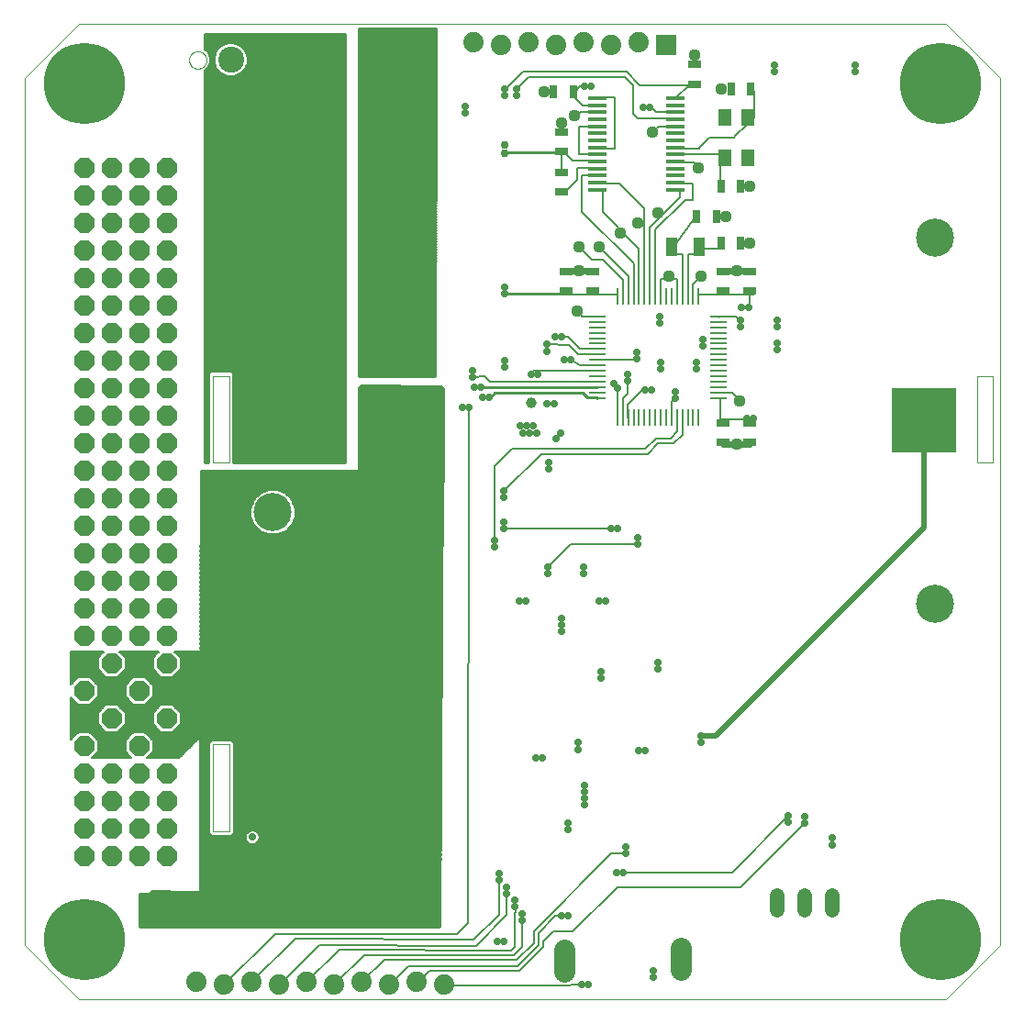
<source format=gbl>
G75*
%MOIN*%
%OFA0B0*%
%FSLAX25Y25*%
%IPPOS*%
%LPD*%
%AMOC8*
5,1,8,0,0,1.08239X$1,22.5*
%
%ADD10C,0.00000*%
%ADD11OC8,0.07400*%
%ADD12R,0.06102X0.00984*%
%ADD13R,0.00984X0.06102*%
%ADD14R,0.06890X0.01575*%
%ADD15R,0.03937X0.07087*%
%ADD16R,0.04724X0.03150*%
%ADD17C,0.00800*%
%ADD18R,0.03150X0.04724*%
%ADD19C,0.04400*%
%ADD20C,0.02400*%
%ADD21R,0.04921X0.06299*%
%ADD22R,0.00984X0.03937*%
%ADD23R,0.03937X0.00984*%
%ADD24R,0.07400X0.07400*%
%ADD25C,0.07400*%
%ADD26C,0.05200*%
%ADD27C,0.07800*%
%ADD28C,0.00394*%
%ADD29R,0.23622X0.23622*%
%ADD30C,0.29528*%
%ADD31C,0.02000*%
%ADD32C,0.02781*%
%ADD33C,0.01600*%
%ADD34C,0.03200*%
%ADD35C,0.01200*%
%ADD36C,0.05000*%
%ADD37C,0.00600*%
%ADD38C,0.03962*%
%ADD39C,0.00787*%
%ADD40C,0.14630*%
%ADD41C,0.01000*%
%ADD42C,0.13843*%
%ADD43C,0.02978*%
%ADD44C,0.09449*%
D10*
X0039902Y0020348D02*
X0020217Y0040033D01*
X0020217Y0354994D01*
X0039902Y0374679D01*
X0354862Y0374679D01*
X0374547Y0354994D01*
X0374547Y0040033D01*
X0354862Y0020348D01*
X0039902Y0020348D01*
X0080059Y0361687D02*
X0080061Y0361799D01*
X0080067Y0361910D01*
X0080077Y0362022D01*
X0080091Y0362133D01*
X0080108Y0362243D01*
X0080130Y0362353D01*
X0080156Y0362462D01*
X0080185Y0362570D01*
X0080218Y0362676D01*
X0080255Y0362782D01*
X0080296Y0362886D01*
X0080341Y0362989D01*
X0080389Y0363090D01*
X0080440Y0363189D01*
X0080495Y0363286D01*
X0080554Y0363381D01*
X0080615Y0363475D01*
X0080680Y0363566D01*
X0080749Y0363654D01*
X0080820Y0363740D01*
X0080894Y0363824D01*
X0080972Y0363904D01*
X0081052Y0363982D01*
X0081135Y0364058D01*
X0081220Y0364130D01*
X0081308Y0364199D01*
X0081398Y0364265D01*
X0081491Y0364327D01*
X0081586Y0364387D01*
X0081683Y0364443D01*
X0081781Y0364495D01*
X0081882Y0364544D01*
X0081984Y0364589D01*
X0082088Y0364631D01*
X0082193Y0364669D01*
X0082300Y0364703D01*
X0082407Y0364733D01*
X0082516Y0364760D01*
X0082625Y0364782D01*
X0082736Y0364801D01*
X0082846Y0364816D01*
X0082958Y0364827D01*
X0083069Y0364834D01*
X0083181Y0364837D01*
X0083293Y0364836D01*
X0083405Y0364831D01*
X0083516Y0364822D01*
X0083627Y0364809D01*
X0083738Y0364792D01*
X0083848Y0364772D01*
X0083957Y0364747D01*
X0084065Y0364719D01*
X0084172Y0364686D01*
X0084278Y0364650D01*
X0084382Y0364610D01*
X0084485Y0364567D01*
X0084587Y0364520D01*
X0084686Y0364469D01*
X0084784Y0364415D01*
X0084880Y0364357D01*
X0084974Y0364296D01*
X0085065Y0364232D01*
X0085154Y0364165D01*
X0085241Y0364094D01*
X0085325Y0364020D01*
X0085407Y0363944D01*
X0085485Y0363864D01*
X0085561Y0363782D01*
X0085634Y0363697D01*
X0085704Y0363610D01*
X0085770Y0363520D01*
X0085834Y0363428D01*
X0085894Y0363334D01*
X0085951Y0363238D01*
X0086004Y0363139D01*
X0086054Y0363039D01*
X0086100Y0362938D01*
X0086143Y0362834D01*
X0086182Y0362729D01*
X0086217Y0362623D01*
X0086248Y0362516D01*
X0086276Y0362407D01*
X0086299Y0362298D01*
X0086319Y0362188D01*
X0086335Y0362077D01*
X0086347Y0361966D01*
X0086355Y0361855D01*
X0086359Y0361743D01*
X0086359Y0361631D01*
X0086355Y0361519D01*
X0086347Y0361408D01*
X0086335Y0361297D01*
X0086319Y0361186D01*
X0086299Y0361076D01*
X0086276Y0360967D01*
X0086248Y0360858D01*
X0086217Y0360751D01*
X0086182Y0360645D01*
X0086143Y0360540D01*
X0086100Y0360436D01*
X0086054Y0360335D01*
X0086004Y0360235D01*
X0085951Y0360136D01*
X0085894Y0360040D01*
X0085834Y0359946D01*
X0085770Y0359854D01*
X0085704Y0359764D01*
X0085634Y0359677D01*
X0085561Y0359592D01*
X0085485Y0359510D01*
X0085407Y0359430D01*
X0085325Y0359354D01*
X0085241Y0359280D01*
X0085154Y0359209D01*
X0085065Y0359142D01*
X0084974Y0359078D01*
X0084880Y0359017D01*
X0084784Y0358959D01*
X0084686Y0358905D01*
X0084587Y0358854D01*
X0084485Y0358807D01*
X0084382Y0358764D01*
X0084278Y0358724D01*
X0084172Y0358688D01*
X0084065Y0358655D01*
X0083957Y0358627D01*
X0083848Y0358602D01*
X0083738Y0358582D01*
X0083627Y0358565D01*
X0083516Y0358552D01*
X0083405Y0358543D01*
X0083293Y0358538D01*
X0083181Y0358537D01*
X0083069Y0358540D01*
X0082958Y0358547D01*
X0082846Y0358558D01*
X0082736Y0358573D01*
X0082625Y0358592D01*
X0082516Y0358614D01*
X0082407Y0358641D01*
X0082300Y0358671D01*
X0082193Y0358705D01*
X0082088Y0358743D01*
X0081984Y0358785D01*
X0081882Y0358830D01*
X0081781Y0358879D01*
X0081683Y0358931D01*
X0081586Y0358987D01*
X0081491Y0359047D01*
X0081398Y0359109D01*
X0081308Y0359175D01*
X0081220Y0359244D01*
X0081135Y0359316D01*
X0081052Y0359392D01*
X0080972Y0359470D01*
X0080894Y0359550D01*
X0080820Y0359634D01*
X0080749Y0359720D01*
X0080680Y0359808D01*
X0080615Y0359899D01*
X0080554Y0359993D01*
X0080495Y0360088D01*
X0080440Y0360185D01*
X0080389Y0360284D01*
X0080341Y0360385D01*
X0080296Y0360488D01*
X0080255Y0360592D01*
X0080218Y0360698D01*
X0080185Y0360804D01*
X0080156Y0360912D01*
X0080130Y0361021D01*
X0080108Y0361131D01*
X0080091Y0361241D01*
X0080077Y0361352D01*
X0080067Y0361464D01*
X0080061Y0361575D01*
X0080059Y0361687D01*
D11*
X0071857Y0322489D03*
X0071857Y0312489D03*
X0071857Y0302489D03*
X0071857Y0292489D03*
X0071857Y0282489D03*
X0071857Y0272489D03*
X0071857Y0262489D03*
X0071857Y0252489D03*
X0071857Y0242489D03*
X0071857Y0232489D03*
X0071857Y0222489D03*
X0071857Y0212489D03*
X0071857Y0202489D03*
X0071857Y0192489D03*
X0071857Y0182489D03*
X0071857Y0172489D03*
X0071857Y0162489D03*
X0071857Y0152489D03*
X0071857Y0142489D03*
X0071857Y0132489D03*
X0071857Y0122489D03*
X0071857Y0112489D03*
X0071857Y0102489D03*
X0071857Y0092489D03*
X0071857Y0082489D03*
X0071857Y0072489D03*
X0061857Y0072489D03*
X0061857Y0082489D03*
X0061857Y0092489D03*
X0061857Y0102489D03*
X0061857Y0112489D03*
X0061857Y0122489D03*
X0061857Y0132489D03*
X0061857Y0142489D03*
X0061857Y0152489D03*
X0061857Y0162489D03*
X0061857Y0172489D03*
X0061857Y0182489D03*
X0061857Y0192489D03*
X0061857Y0202489D03*
X0061857Y0212489D03*
X0061857Y0222489D03*
X0061857Y0232489D03*
X0061857Y0242489D03*
X0061857Y0252489D03*
X0061857Y0262489D03*
X0061857Y0272489D03*
X0061857Y0282489D03*
X0061857Y0292489D03*
X0061857Y0302489D03*
X0061857Y0312489D03*
X0061857Y0322489D03*
X0051857Y0322489D03*
X0051857Y0312489D03*
X0041857Y0312489D03*
X0041857Y0322489D03*
X0041857Y0302489D03*
X0051857Y0302489D03*
X0051857Y0292489D03*
X0051857Y0282489D03*
X0041857Y0282489D03*
X0041857Y0292489D03*
X0041857Y0272489D03*
X0051857Y0272489D03*
X0051857Y0262489D03*
X0041857Y0262489D03*
X0041857Y0252489D03*
X0051857Y0252489D03*
X0051857Y0242489D03*
X0051857Y0232489D03*
X0041857Y0232489D03*
X0041857Y0242489D03*
X0041857Y0222489D03*
X0051857Y0222489D03*
X0051857Y0212489D03*
X0041857Y0212489D03*
X0041857Y0202489D03*
X0051857Y0202489D03*
X0051857Y0192489D03*
X0051857Y0182489D03*
X0041857Y0182489D03*
X0041857Y0192489D03*
X0041857Y0172489D03*
X0051857Y0172489D03*
X0051857Y0162489D03*
X0041857Y0162489D03*
X0041857Y0152489D03*
X0051857Y0152489D03*
X0051857Y0142489D03*
X0051857Y0132489D03*
X0041857Y0132489D03*
X0041857Y0142489D03*
X0041857Y0122489D03*
X0051857Y0122489D03*
X0051857Y0112489D03*
X0041857Y0112489D03*
X0041857Y0102489D03*
X0051857Y0102489D03*
X0051857Y0092489D03*
X0041857Y0092489D03*
X0041857Y0082489D03*
X0051857Y0082489D03*
X0051857Y0072489D03*
X0041857Y0072489D03*
D12*
X0228342Y0238970D03*
X0228342Y0240939D03*
X0228342Y0242907D03*
X0228342Y0244876D03*
X0228342Y0246844D03*
X0228342Y0248813D03*
X0228342Y0250781D03*
X0228342Y0252750D03*
X0228342Y0254718D03*
X0228342Y0256687D03*
X0228342Y0258655D03*
X0228342Y0260624D03*
X0228342Y0262592D03*
X0228342Y0264561D03*
X0228342Y0266529D03*
X0228342Y0268498D03*
X0272437Y0268498D03*
X0272437Y0266529D03*
X0272437Y0264561D03*
X0272437Y0262592D03*
X0272437Y0260624D03*
X0272437Y0258655D03*
X0272437Y0256687D03*
X0272437Y0254718D03*
X0272437Y0252750D03*
X0272437Y0250781D03*
X0272437Y0248813D03*
X0272437Y0246844D03*
X0272437Y0244876D03*
X0272437Y0242907D03*
X0272437Y0240939D03*
X0272437Y0238970D03*
D13*
X0265153Y0231687D03*
X0263185Y0231687D03*
X0261216Y0231687D03*
X0259248Y0231687D03*
X0257279Y0231687D03*
X0255311Y0231687D03*
X0253342Y0231687D03*
X0251374Y0231687D03*
X0249405Y0231687D03*
X0247437Y0231687D03*
X0245468Y0231687D03*
X0243500Y0231687D03*
X0241531Y0231687D03*
X0239562Y0231687D03*
X0237594Y0231687D03*
X0235625Y0231687D03*
X0235625Y0275781D03*
X0237594Y0275781D03*
X0239562Y0275781D03*
X0241531Y0275781D03*
X0243500Y0275781D03*
X0245468Y0275781D03*
X0247437Y0275781D03*
X0249405Y0275781D03*
X0251374Y0275781D03*
X0253342Y0275781D03*
X0255311Y0275781D03*
X0257279Y0275781D03*
X0259248Y0275781D03*
X0261216Y0275781D03*
X0263185Y0275781D03*
X0265153Y0275781D03*
D14*
X0256688Y0314600D03*
X0256688Y0317159D03*
X0256688Y0319718D03*
X0256688Y0322277D03*
X0256688Y0324836D03*
X0256688Y0327395D03*
X0256688Y0329954D03*
X0256688Y0332513D03*
X0256688Y0335073D03*
X0256688Y0337632D03*
X0256688Y0340191D03*
X0256688Y0342750D03*
X0256688Y0345309D03*
X0256688Y0347868D03*
X0228342Y0347868D03*
X0228342Y0345309D03*
X0228342Y0342750D03*
X0228342Y0340191D03*
X0228342Y0337632D03*
X0228342Y0335073D03*
X0228342Y0332513D03*
X0228342Y0329954D03*
X0228342Y0327395D03*
X0228342Y0324836D03*
X0228342Y0322277D03*
X0228342Y0319718D03*
X0228342Y0317159D03*
X0228342Y0314600D03*
D15*
X0255468Y0293734D03*
X0265311Y0293734D03*
D16*
X0274011Y0284758D03*
X0274011Y0277671D03*
X0283854Y0277671D03*
X0283854Y0284758D03*
X0283854Y0229797D03*
X0283854Y0222710D03*
X0274011Y0222710D03*
X0274011Y0229797D03*
X0226767Y0277671D03*
X0226767Y0284758D03*
X0216925Y0284758D03*
X0216925Y0277671D03*
X0215448Y0313754D03*
X0215448Y0320840D03*
X0215448Y0328360D03*
X0215448Y0335447D03*
X0263677Y0352966D03*
X0263677Y0360053D03*
D17*
X0261708Y0352651D02*
X0257100Y0348043D01*
X0255311Y0337395D02*
X0250721Y0337395D01*
X0250155Y0337161D02*
X0248421Y0335427D01*
X0250155Y0337161D02*
X0250194Y0337196D01*
X0250234Y0337230D01*
X0250277Y0337260D01*
X0250321Y0337288D01*
X0250367Y0337312D01*
X0250415Y0337334D01*
X0250464Y0337353D01*
X0250514Y0337368D01*
X0250565Y0337380D01*
X0250617Y0337388D01*
X0250669Y0337393D01*
X0250721Y0337395D01*
X0257279Y0329521D02*
X0264822Y0329521D01*
X0265387Y0329756D02*
X0269090Y0333458D01*
X0277617Y0333458D01*
X0278183Y0333693D02*
X0282870Y0338380D01*
X0285330Y0340840D02*
X0285330Y0349859D01*
X0285096Y0350425D02*
X0284346Y0351175D01*
X0285096Y0350425D02*
X0285131Y0350386D01*
X0285165Y0350346D01*
X0285195Y0350303D01*
X0285223Y0350259D01*
X0285247Y0350213D01*
X0285269Y0350165D01*
X0285288Y0350116D01*
X0285303Y0350066D01*
X0285315Y0350015D01*
X0285323Y0349963D01*
X0285328Y0349911D01*
X0285330Y0349859D01*
X0278183Y0333692D02*
X0278144Y0333657D01*
X0278104Y0333623D01*
X0278061Y0333593D01*
X0278017Y0333565D01*
X0277971Y0333541D01*
X0277923Y0333519D01*
X0277874Y0333500D01*
X0277824Y0333485D01*
X0277773Y0333473D01*
X0277721Y0333465D01*
X0277669Y0333460D01*
X0277617Y0333458D01*
X0274011Y0327553D02*
X0257279Y0327553D01*
X0256295Y0324600D02*
X0262853Y0324600D01*
X0263419Y0324366D02*
X0265153Y0322632D01*
X0263419Y0324366D02*
X0263380Y0324401D01*
X0263340Y0324435D01*
X0263297Y0324465D01*
X0263253Y0324493D01*
X0263207Y0324517D01*
X0263159Y0324539D01*
X0263110Y0324558D01*
X0263060Y0324573D01*
X0263009Y0324585D01*
X0262957Y0324593D01*
X0262905Y0324598D01*
X0262853Y0324600D01*
X0264822Y0329521D02*
X0264874Y0329523D01*
X0264926Y0329528D01*
X0264978Y0329536D01*
X0265029Y0329548D01*
X0265079Y0329563D01*
X0265128Y0329582D01*
X0265176Y0329604D01*
X0265222Y0329628D01*
X0265266Y0329656D01*
X0265309Y0329686D01*
X0265349Y0329720D01*
X0265388Y0329755D01*
X0273027Y0325584D02*
X0273027Y0314758D01*
X0264169Y0304915D02*
X0256295Y0294088D01*
X0255311Y0291136D02*
X0259248Y0291136D01*
X0259248Y0276372D01*
X0261216Y0276372D02*
X0261216Y0291136D01*
X0265153Y0291136D01*
X0265153Y0293104D02*
X0273027Y0293104D01*
X0266137Y0283262D02*
X0263185Y0280309D01*
X0263185Y0277356D01*
X0265153Y0276372D02*
X0284346Y0276372D01*
X0257279Y0276372D02*
X0257279Y0282277D01*
X0251374Y0282277D01*
X0251374Y0278672D01*
X0249405Y0277356D02*
X0249405Y0299994D01*
X0259997Y0310586D01*
X0260563Y0310821D02*
X0263185Y0310821D01*
X0263185Y0316976D01*
X0258263Y0316976D01*
X0258263Y0314758D02*
X0258263Y0312136D01*
X0258029Y0311571D02*
X0247437Y0300978D01*
X0247437Y0277356D01*
X0245468Y0276372D02*
X0245468Y0307868D01*
X0236360Y0316976D01*
X0229962Y0316976D01*
X0230212Y0314758D02*
X0230212Y0306391D01*
X0243500Y0293104D01*
X0243500Y0274895D01*
X0241531Y0275388D02*
X0241531Y0287730D01*
X0222830Y0306431D01*
X0222830Y0319679D01*
X0225783Y0319679D01*
X0225783Y0322632D02*
X0220862Y0322632D01*
X0220862Y0318202D01*
X0216925Y0314265D01*
X0215448Y0320171D02*
X0215448Y0328045D01*
X0214464Y0328045D02*
X0214464Y0327553D01*
X0216433Y0328045D02*
X0219385Y0325092D01*
X0226275Y0325092D01*
X0226767Y0327553D02*
X0221846Y0327553D01*
X0221846Y0337395D01*
X0226767Y0337395D01*
X0222669Y0342809D02*
X0222577Y0342803D01*
X0222485Y0342793D01*
X0222394Y0342779D01*
X0222303Y0342761D01*
X0222213Y0342740D01*
X0222124Y0342715D01*
X0222036Y0342687D01*
X0221949Y0342655D01*
X0221864Y0342619D01*
X0221780Y0342580D01*
X0221698Y0342537D01*
X0221618Y0342491D01*
X0221540Y0342442D01*
X0221464Y0342389D01*
X0221390Y0342334D01*
X0221319Y0342275D01*
X0221250Y0342214D01*
X0221183Y0342149D01*
X0221119Y0342082D01*
X0221120Y0342082D02*
X0219877Y0340840D01*
X0222669Y0342809D02*
X0228244Y0342809D01*
X0226767Y0345269D02*
X0223162Y0345269D01*
X0222596Y0345504D02*
X0219877Y0348222D01*
X0222596Y0345503D02*
X0222635Y0345468D01*
X0222675Y0345434D01*
X0222718Y0345404D01*
X0222762Y0345376D01*
X0222808Y0345352D01*
X0222856Y0345330D01*
X0222905Y0345311D01*
X0222955Y0345296D01*
X0223006Y0345284D01*
X0223058Y0345276D01*
X0223110Y0345271D01*
X0223162Y0345269D01*
X0226767Y0348222D02*
X0234641Y0348222D01*
X0234641Y0329521D01*
X0228736Y0329521D01*
X0258263Y0312136D02*
X0258261Y0312084D01*
X0258256Y0312032D01*
X0258248Y0311980D01*
X0258236Y0311929D01*
X0258221Y0311879D01*
X0258202Y0311830D01*
X0258180Y0311782D01*
X0258156Y0311736D01*
X0258128Y0311692D01*
X0258098Y0311649D01*
X0258064Y0311609D01*
X0258029Y0311570D01*
X0259997Y0310587D02*
X0260036Y0310622D01*
X0260076Y0310656D01*
X0260119Y0310686D01*
X0260163Y0310714D01*
X0260209Y0310738D01*
X0260257Y0310760D01*
X0260306Y0310779D01*
X0260356Y0310794D01*
X0260407Y0310806D01*
X0260459Y0310814D01*
X0260511Y0310819D01*
X0260563Y0310821D01*
X0239562Y0283262D02*
X0230446Y0292378D01*
X0228222Y0292378D01*
X0230212Y0289167D02*
X0226206Y0289167D01*
X0221639Y0293734D01*
X0230212Y0289167D02*
X0237594Y0281785D01*
X0237594Y0277848D01*
X0239562Y0277356D02*
X0239562Y0283262D01*
X0235625Y0276372D02*
X0215940Y0276372D01*
X0220862Y0270466D02*
X0222596Y0268732D01*
X0223162Y0268498D02*
X0227751Y0268498D01*
X0223162Y0268498D02*
X0223110Y0268500D01*
X0223058Y0268505D01*
X0223006Y0268513D01*
X0222955Y0268525D01*
X0222905Y0268540D01*
X0222856Y0268559D01*
X0222808Y0268581D01*
X0222762Y0268605D01*
X0222718Y0268633D01*
X0222675Y0268663D01*
X0222635Y0268697D01*
X0222596Y0268732D01*
X0273027Y0240939D02*
X0276633Y0240939D01*
X0277198Y0240704D02*
X0280901Y0237002D01*
X0277199Y0240705D02*
X0277160Y0240740D01*
X0277120Y0240774D01*
X0277077Y0240804D01*
X0277033Y0240832D01*
X0276987Y0240856D01*
X0276939Y0240878D01*
X0276890Y0240897D01*
X0276840Y0240912D01*
X0276789Y0240924D01*
X0276737Y0240932D01*
X0276685Y0240937D01*
X0276633Y0240939D01*
X0273027Y0238970D02*
X0273027Y0231096D01*
X0273027Y0230112D01*
X0273027Y0231096D02*
X0284838Y0231096D01*
D18*
X0280429Y0295073D03*
X0273342Y0295073D03*
X0271570Y0304915D03*
X0264484Y0304915D03*
X0273342Y0315742D03*
X0280429Y0315742D03*
X0276944Y0351175D03*
X0284031Y0351175D03*
X0219562Y0350191D03*
X0212476Y0350191D03*
D19*
X0209051Y0350191D03*
X0215448Y0338872D03*
X0219877Y0341332D03*
X0248421Y0335427D03*
X0265153Y0322632D03*
X0274996Y0304915D03*
X0283854Y0315742D03*
X0283854Y0295073D03*
X0278933Y0285230D03*
X0266137Y0283262D03*
X0254326Y0283262D03*
X0242907Y0302370D03*
X0236660Y0298749D03*
X0229139Y0293734D03*
X0221639Y0293734D03*
X0221846Y0285230D03*
X0220862Y0270466D03*
X0250389Y0306284D03*
X0273519Y0351175D03*
X0263677Y0363478D03*
X0279917Y0237986D03*
X0278933Y0222238D03*
D20*
X0283854Y0222238D02*
X0273933Y0222238D01*
X0274011Y0285230D02*
X0283933Y0285230D01*
X0283854Y0295073D02*
X0279917Y0295073D01*
X0244489Y0302334D02*
X0241989Y0302334D01*
X0226846Y0285230D02*
X0216925Y0285230D01*
D21*
X0274523Y0326096D03*
X0283185Y0326096D03*
X0283185Y0340663D03*
X0274523Y0340663D03*
D22*
X0220271Y0350191D03*
D23*
X0215448Y0328045D03*
X0263677Y0352651D03*
X0283785Y0276979D03*
X0283985Y0230260D03*
X0216920Y0276901D03*
D24*
X0253442Y0367071D03*
D25*
X0243442Y0368071D03*
X0233442Y0367071D03*
X0223442Y0368071D03*
X0213442Y0367071D03*
X0203442Y0368071D03*
X0193442Y0367071D03*
X0183442Y0368071D03*
X0162618Y0026754D03*
X0172618Y0025754D03*
X0152618Y0025754D03*
X0142618Y0026754D03*
X0132618Y0025754D03*
X0122618Y0026754D03*
X0112618Y0025754D03*
X0102618Y0026754D03*
X0092618Y0025754D03*
X0082618Y0026754D03*
D26*
X0293681Y0052788D02*
X0293681Y0057988D01*
X0303681Y0057988D02*
X0303681Y0052788D01*
X0313681Y0052788D02*
X0313681Y0057988D01*
D27*
X0258799Y0039012D02*
X0258799Y0031212D01*
X0216280Y0030621D02*
X0216280Y0038421D01*
D28*
X0094626Y0081569D02*
X0088721Y0081569D01*
X0088721Y0113065D01*
X0094626Y0113065D01*
X0094626Y0081569D01*
X0094626Y0215427D02*
X0088721Y0215427D01*
X0088721Y0246923D01*
X0094626Y0246923D01*
X0094626Y0215427D01*
X0366280Y0215427D02*
X0366280Y0246923D01*
X0372185Y0246923D01*
X0372185Y0215427D01*
X0366280Y0215427D01*
D29*
X0347185Y0230663D03*
X0114311Y0230663D03*
X0114311Y0097514D03*
D30*
X0041870Y0042002D03*
X0041870Y0353025D03*
X0352894Y0353025D03*
X0352894Y0042002D03*
D31*
X0271398Y0116018D02*
X0265886Y0116018D01*
X0271398Y0116018D02*
X0347185Y0191805D01*
X0347185Y0230663D01*
D32*
X0293642Y0256569D03*
X0293642Y0258931D03*
X0293642Y0264836D03*
X0293642Y0267199D03*
X0283209Y0271923D03*
X0280847Y0271923D03*
X0280453Y0267199D03*
X0280453Y0264836D03*
X0266673Y0260112D03*
X0266673Y0257750D03*
X0264311Y0251844D03*
X0264311Y0249482D03*
X0256831Y0241214D03*
X0256831Y0238852D03*
X0251319Y0249482D03*
X0251319Y0251844D03*
X0242854Y0253025D03*
X0242854Y0255388D03*
X0239311Y0247514D03*
X0239311Y0245151D03*
X0235768Y0242395D03*
X0234193Y0244167D03*
X0245807Y0241805D03*
X0248169Y0241805D03*
X0250925Y0266018D03*
X0250925Y0268380D03*
X0218642Y0252948D03*
X0216280Y0252948D03*
X0210177Y0255978D03*
X0210177Y0258340D03*
X0212933Y0261293D03*
X0215295Y0261293D03*
X0206634Y0247514D03*
X0204272Y0247514D03*
X0194626Y0250269D03*
X0194626Y0252632D03*
X0186162Y0242907D03*
X0183799Y0242789D03*
X0183091Y0246569D03*
X0183091Y0248931D03*
X0186752Y0239049D03*
X0189114Y0239049D03*
X0181634Y0235506D03*
X0179272Y0235506D03*
X0200303Y0228666D03*
X0202665Y0228666D03*
X0205028Y0228666D03*
X0206209Y0226304D03*
X0203846Y0226304D03*
X0201484Y0226304D03*
X0213327Y0224088D03*
X0215177Y0226018D03*
X0212539Y0236962D03*
X0210177Y0236962D03*
X0210571Y0215624D03*
X0210571Y0213262D03*
X0194232Y0205073D03*
X0194232Y0202710D03*
X0194232Y0193970D03*
X0194232Y0191608D03*
X0191083Y0187081D03*
X0191083Y0184718D03*
X0210374Y0177435D03*
X0210374Y0175073D03*
X0202303Y0165230D03*
X0199941Y0165230D03*
X0215492Y0158965D03*
X0215492Y0156603D03*
X0215492Y0154241D03*
X0228878Y0165230D03*
X0231240Y0165230D03*
X0223366Y0175073D03*
X0223366Y0177435D03*
X0233209Y0191608D03*
X0235583Y0191601D03*
X0243051Y0188262D03*
X0243051Y0185899D03*
X0250335Y0142986D03*
X0250335Y0140624D03*
X0229665Y0139640D03*
X0229665Y0137277D03*
X0221398Y0113655D03*
X0221398Y0111293D03*
X0208406Y0108144D03*
X0206043Y0108144D03*
X0223760Y0098104D03*
X0223760Y0095742D03*
X0223760Y0093380D03*
X0223760Y0091018D03*
X0217755Y0084521D03*
X0217755Y0082159D03*
X0235374Y0066411D03*
X0237736Y0066411D03*
X0238721Y0073498D03*
X0238721Y0075860D03*
X0217854Y0050663D03*
X0215492Y0050663D03*
X0201122Y0051451D03*
X0201122Y0049088D03*
X0198406Y0054128D03*
X0198406Y0056490D03*
X0195413Y0058852D03*
X0195413Y0061214D03*
X0192658Y0063813D03*
X0192658Y0066175D03*
X0192067Y0041608D03*
X0194429Y0041608D03*
X0222579Y0025735D03*
X0224941Y0025735D03*
X0248760Y0028616D03*
X0248760Y0030978D03*
X0297776Y0084915D03*
X0297776Y0087277D03*
X0303681Y0086884D03*
X0303681Y0084521D03*
X0313721Y0079010D03*
X0313721Y0076647D03*
X0265886Y0113655D03*
X0265886Y0116018D03*
X0245807Y0110899D03*
X0243445Y0110899D03*
X0161949Y0103025D03*
X0161949Y0091214D03*
X0161949Y0079403D03*
X0161949Y0067592D03*
X0161949Y0055781D03*
X0150138Y0055781D03*
X0138327Y0055781D03*
X0126516Y0055781D03*
X0114705Y0055781D03*
X0102894Y0055781D03*
X0091083Y0055781D03*
X0079272Y0055781D03*
X0091083Y0067592D03*
X0102894Y0067592D03*
X0114705Y0067592D03*
X0126516Y0067592D03*
X0138327Y0067592D03*
X0150138Y0067592D03*
X0150138Y0079403D03*
X0138327Y0079403D03*
X0126516Y0079403D03*
X0114705Y0079403D03*
X0102894Y0079403D03*
X0114705Y0091214D03*
X0114705Y0103025D03*
X0138327Y0103025D03*
X0138327Y0091214D03*
X0150138Y0091214D03*
X0150138Y0103025D03*
X0138327Y0150269D03*
X0126516Y0150269D03*
X0114705Y0150269D03*
X0102894Y0150269D03*
X0091083Y0150269D03*
X0091083Y0162081D03*
X0091083Y0173892D03*
X0102894Y0173892D03*
X0114705Y0173892D03*
X0126516Y0173892D03*
X0138327Y0173892D03*
X0138327Y0162081D03*
X0126516Y0162081D03*
X0114705Y0162081D03*
X0102894Y0162081D03*
X0091083Y0197514D03*
X0105847Y0224088D03*
X0105847Y0235899D03*
X0102894Y0247710D03*
X0102894Y0256569D03*
X0102894Y0268380D03*
X0102894Y0280191D03*
X0102894Y0292002D03*
X0102894Y0303813D03*
X0102894Y0315624D03*
X0102894Y0327435D03*
X0114705Y0327435D03*
X0126516Y0327435D03*
X0126516Y0315624D03*
X0114705Y0315624D03*
X0114705Y0303813D03*
X0126516Y0303813D03*
X0126516Y0292002D03*
X0114705Y0292002D03*
X0114705Y0280191D03*
X0126516Y0280191D03*
X0126516Y0268380D03*
X0114705Y0268380D03*
X0114705Y0256569D03*
X0114705Y0247710D03*
X0126516Y0247710D03*
X0132421Y0244758D03*
X0132421Y0232947D03*
X0132421Y0221136D03*
X0120610Y0224088D03*
X0120610Y0235899D03*
X0126516Y0256569D03*
X0150138Y0268380D03*
X0150138Y0280191D03*
X0150138Y0292002D03*
X0150138Y0303813D03*
X0150138Y0315624D03*
X0150138Y0327435D03*
X0150138Y0339246D03*
X0150138Y0351057D03*
X0161949Y0351057D03*
X0161949Y0339246D03*
X0161949Y0327435D03*
X0161949Y0315624D03*
X0161949Y0303813D03*
X0161949Y0292002D03*
X0161949Y0280191D03*
X0161949Y0268380D03*
X0194626Y0276844D03*
X0194626Y0279206D03*
X0180453Y0342395D03*
X0180453Y0344758D03*
X0194626Y0348892D03*
X0194626Y0351254D03*
X0198957Y0351254D03*
X0198957Y0348892D03*
X0223760Y0352041D03*
X0226122Y0352041D03*
X0245020Y0344402D03*
X0247382Y0344402D03*
X0292658Y0357356D03*
X0292658Y0359718D03*
X0322185Y0359718D03*
X0322185Y0357356D03*
X0285177Y0231372D03*
X0282815Y0231372D03*
X0138327Y0197514D03*
X0126516Y0197514D03*
X0091083Y0256569D03*
X0091083Y0268380D03*
X0091083Y0280191D03*
X0091083Y0292002D03*
X0091083Y0303813D03*
X0091083Y0315624D03*
X0091083Y0327435D03*
X0091083Y0339246D03*
X0102894Y0339246D03*
X0114705Y0339246D03*
X0126516Y0339246D03*
X0126516Y0351057D03*
X0114705Y0351057D03*
X0102894Y0351057D03*
X0091083Y0351057D03*
X0067461Y0055781D03*
D33*
X0062334Y0055515D02*
X0170775Y0055515D01*
X0170767Y0053917D02*
X0062362Y0053917D01*
X0062390Y0052318D02*
X0170759Y0052318D01*
X0170751Y0050720D02*
X0062418Y0050720D01*
X0062446Y0049121D02*
X0170743Y0049121D01*
X0170735Y0047523D02*
X0062474Y0047523D01*
X0062478Y0047317D02*
X0062281Y0058492D01*
X0084378Y0058293D01*
X0084553Y0212263D01*
X0171573Y0211999D01*
X0170732Y0047103D01*
X0062478Y0047317D01*
X0062305Y0057114D02*
X0170783Y0057114D01*
X0170792Y0058712D02*
X0084378Y0058712D01*
X0084380Y0060311D02*
X0170800Y0060311D01*
X0170808Y0061910D02*
X0084382Y0061910D01*
X0084384Y0063508D02*
X0170816Y0063508D01*
X0170824Y0065107D02*
X0084385Y0065107D01*
X0084387Y0066705D02*
X0170832Y0066705D01*
X0170840Y0068304D02*
X0084389Y0068304D01*
X0084391Y0069902D02*
X0170849Y0069902D01*
X0170857Y0071501D02*
X0084393Y0071501D01*
X0084395Y0073099D02*
X0170865Y0073099D01*
X0170873Y0074698D02*
X0084396Y0074698D01*
X0084398Y0076296D02*
X0170881Y0076296D01*
X0170889Y0077895D02*
X0105506Y0077895D01*
X0105429Y0077709D02*
X0105884Y0078808D01*
X0105884Y0079998D01*
X0105429Y0081097D01*
X0104588Y0081939D01*
X0103489Y0082394D01*
X0102299Y0082394D01*
X0101200Y0081939D01*
X0100359Y0081097D01*
X0099903Y0079998D01*
X0099903Y0078808D01*
X0100359Y0077709D01*
X0101200Y0076868D01*
X0102299Y0076413D01*
X0103489Y0076413D01*
X0104588Y0076868D01*
X0105429Y0077709D01*
X0105884Y0079493D02*
X0170897Y0079493D01*
X0170906Y0081092D02*
X0105431Y0081092D01*
X0100356Y0081092D02*
X0096623Y0081092D01*
X0096623Y0080742D02*
X0096623Y0113892D01*
X0095453Y0115062D01*
X0087893Y0115062D01*
X0086724Y0113892D01*
X0086724Y0080742D01*
X0087893Y0079572D01*
X0089548Y0079572D01*
X0095453Y0079572D01*
X0096623Y0080742D01*
X0096623Y0082690D02*
X0170914Y0082690D01*
X0170922Y0084289D02*
X0096623Y0084289D01*
X0096623Y0085887D02*
X0170930Y0085887D01*
X0170938Y0087486D02*
X0096623Y0087486D01*
X0096623Y0089084D02*
X0170946Y0089084D01*
X0170954Y0090683D02*
X0096623Y0090683D01*
X0096623Y0092281D02*
X0170963Y0092281D01*
X0170971Y0093880D02*
X0096623Y0093880D01*
X0096623Y0095478D02*
X0170979Y0095478D01*
X0170987Y0097077D02*
X0096623Y0097077D01*
X0096623Y0098675D02*
X0170995Y0098675D01*
X0171003Y0100274D02*
X0096623Y0100274D01*
X0096623Y0101872D02*
X0171011Y0101872D01*
X0171020Y0103471D02*
X0096623Y0103471D01*
X0096623Y0105069D02*
X0171028Y0105069D01*
X0171036Y0106668D02*
X0096623Y0106668D01*
X0096623Y0108266D02*
X0171044Y0108266D01*
X0171052Y0109865D02*
X0096623Y0109865D01*
X0096623Y0111463D02*
X0171060Y0111463D01*
X0171068Y0113062D02*
X0096623Y0113062D01*
X0095854Y0114660D02*
X0171077Y0114660D01*
X0171085Y0116259D02*
X0084444Y0116259D01*
X0084445Y0117857D02*
X0171093Y0117857D01*
X0171101Y0119456D02*
X0084447Y0119456D01*
X0084449Y0121054D02*
X0171109Y0121054D01*
X0171117Y0122653D02*
X0084451Y0122653D01*
X0084453Y0124251D02*
X0171125Y0124251D01*
X0171134Y0125850D02*
X0084454Y0125850D01*
X0084456Y0127448D02*
X0171142Y0127448D01*
X0171150Y0129047D02*
X0084458Y0129047D01*
X0084460Y0130646D02*
X0171158Y0130646D01*
X0171166Y0132244D02*
X0084462Y0132244D01*
X0084464Y0133843D02*
X0171174Y0133843D01*
X0171182Y0135441D02*
X0084465Y0135441D01*
X0084467Y0137040D02*
X0171191Y0137040D01*
X0171199Y0138638D02*
X0084469Y0138638D01*
X0084471Y0140237D02*
X0171207Y0140237D01*
X0171215Y0141835D02*
X0084473Y0141835D01*
X0084474Y0143434D02*
X0171223Y0143434D01*
X0171231Y0145032D02*
X0084476Y0145032D01*
X0084478Y0146631D02*
X0171240Y0146631D01*
X0171248Y0148229D02*
X0084480Y0148229D01*
X0084482Y0149828D02*
X0171256Y0149828D01*
X0171264Y0151426D02*
X0084484Y0151426D01*
X0084485Y0153025D02*
X0171272Y0153025D01*
X0171280Y0154623D02*
X0084487Y0154623D01*
X0084489Y0156222D02*
X0171288Y0156222D01*
X0171297Y0157820D02*
X0084491Y0157820D01*
X0084493Y0159419D02*
X0171305Y0159419D01*
X0171313Y0161017D02*
X0084494Y0161017D01*
X0084496Y0162616D02*
X0171321Y0162616D01*
X0171329Y0164214D02*
X0084498Y0164214D01*
X0084500Y0165813D02*
X0171337Y0165813D01*
X0171345Y0167411D02*
X0084502Y0167411D01*
X0084504Y0169010D02*
X0171354Y0169010D01*
X0171362Y0170608D02*
X0084505Y0170608D01*
X0084507Y0172207D02*
X0171370Y0172207D01*
X0171378Y0173805D02*
X0084509Y0173805D01*
X0084511Y0175404D02*
X0171386Y0175404D01*
X0171394Y0177002D02*
X0084513Y0177002D01*
X0084514Y0178601D02*
X0171402Y0178601D01*
X0171411Y0180199D02*
X0084516Y0180199D01*
X0084518Y0181798D02*
X0171419Y0181798D01*
X0171427Y0183396D02*
X0084520Y0183396D01*
X0084522Y0184995D02*
X0171435Y0184995D01*
X0171443Y0186593D02*
X0084523Y0186593D01*
X0084525Y0188192D02*
X0171451Y0188192D01*
X0171459Y0189790D02*
X0113996Y0189790D01*
X0115201Y0190290D02*
X0117598Y0192687D01*
X0118895Y0195819D01*
X0118895Y0199209D01*
X0117598Y0202340D01*
X0115201Y0204738D01*
X0112069Y0206035D01*
X0108679Y0206035D01*
X0105547Y0204738D01*
X0103150Y0202340D01*
X0101853Y0199209D01*
X0101853Y0195819D01*
X0103150Y0192687D01*
X0105547Y0190290D01*
X0108679Y0188992D01*
X0112069Y0188992D01*
X0115201Y0190290D01*
X0116300Y0191389D02*
X0171468Y0191389D01*
X0171476Y0192987D02*
X0117723Y0192987D01*
X0118385Y0194586D02*
X0171484Y0194586D01*
X0171492Y0196184D02*
X0118895Y0196184D01*
X0118895Y0197783D02*
X0171500Y0197783D01*
X0171508Y0199381D02*
X0118824Y0199381D01*
X0118162Y0200980D02*
X0171516Y0200980D01*
X0171525Y0202579D02*
X0117360Y0202579D01*
X0115762Y0204177D02*
X0171533Y0204177D01*
X0171541Y0205776D02*
X0112695Y0205776D01*
X0108053Y0205776D02*
X0084545Y0205776D01*
X0084547Y0207374D02*
X0171549Y0207374D01*
X0171557Y0208973D02*
X0084549Y0208973D01*
X0084551Y0210571D02*
X0171565Y0210571D01*
X0115430Y0212170D02*
X0084553Y0212170D01*
X0084543Y0204177D02*
X0104987Y0204177D01*
X0103388Y0202579D02*
X0084542Y0202579D01*
X0084540Y0200980D02*
X0102587Y0200980D01*
X0101925Y0199381D02*
X0084538Y0199381D01*
X0084536Y0197783D02*
X0101853Y0197783D01*
X0101853Y0196184D02*
X0084534Y0196184D01*
X0084533Y0194586D02*
X0102363Y0194586D01*
X0103026Y0192987D02*
X0084531Y0192987D01*
X0084529Y0191389D02*
X0104448Y0191389D01*
X0106752Y0189790D02*
X0084527Y0189790D01*
X0084442Y0114660D02*
X0087492Y0114660D01*
X0086724Y0113062D02*
X0084440Y0113062D01*
X0084438Y0111463D02*
X0086724Y0111463D01*
X0086724Y0109865D02*
X0084436Y0109865D01*
X0084435Y0108266D02*
X0086724Y0108266D01*
X0086724Y0106668D02*
X0084433Y0106668D01*
X0084431Y0105069D02*
X0086724Y0105069D01*
X0086724Y0103471D02*
X0084429Y0103471D01*
X0084427Y0101872D02*
X0086724Y0101872D01*
X0086724Y0100274D02*
X0084425Y0100274D01*
X0084424Y0098675D02*
X0086724Y0098675D01*
X0086724Y0097077D02*
X0084422Y0097077D01*
X0084420Y0095478D02*
X0086724Y0095478D01*
X0086724Y0093880D02*
X0084418Y0093880D01*
X0084416Y0092281D02*
X0086724Y0092281D01*
X0086724Y0090683D02*
X0084415Y0090683D01*
X0084413Y0089084D02*
X0086724Y0089084D01*
X0086724Y0087486D02*
X0084411Y0087486D01*
X0084409Y0085887D02*
X0086724Y0085887D01*
X0086724Y0084289D02*
X0084407Y0084289D01*
X0084405Y0082690D02*
X0086724Y0082690D01*
X0086724Y0081092D02*
X0084404Y0081092D01*
X0084402Y0079493D02*
X0099903Y0079493D01*
X0100282Y0077895D02*
X0084400Y0077895D01*
D34*
X0091975Y0057948D02*
X0066891Y0058340D01*
X0068368Y0056072D01*
X0068524Y0056228D01*
X0090255Y0056228D01*
X0091975Y0057948D01*
X0066891Y0058340D01*
X0068368Y0056072D01*
X0068524Y0056228D01*
X0090255Y0056228D01*
X0091975Y0057948D01*
X0140579Y0205897D02*
X0140579Y0207124D01*
X0142923Y0207274D01*
X0142923Y0242062D01*
X0171268Y0241912D01*
X0171268Y0208878D01*
X0170216Y0205897D01*
X0140579Y0205897D01*
X0142923Y0209060D02*
X0171268Y0209060D01*
X0171268Y0212259D02*
X0142923Y0212259D01*
X0142923Y0215457D02*
X0171268Y0215457D01*
X0171268Y0218656D02*
X0142923Y0218656D01*
X0142923Y0221854D02*
X0171268Y0221854D01*
X0171268Y0225053D02*
X0142923Y0225053D01*
X0142923Y0228251D02*
X0171268Y0228251D01*
X0171268Y0231450D02*
X0142923Y0231450D01*
X0142923Y0234648D02*
X0171268Y0234648D01*
X0171268Y0237847D02*
X0142923Y0237847D01*
X0142923Y0241046D02*
X0171268Y0241046D01*
X0135324Y0306740D02*
X0118589Y0306740D01*
X0118589Y0326968D02*
X0135324Y0326968D01*
X0118589Y0326968D02*
X0118589Y0327259D01*
D35*
X0136786Y0327167D02*
X0085911Y0327167D01*
X0085911Y0325969D02*
X0136786Y0325969D01*
X0136786Y0324770D02*
X0085911Y0324770D01*
X0085911Y0323572D02*
X0136786Y0323572D01*
X0136786Y0322373D02*
X0085911Y0322373D01*
X0085911Y0321175D02*
X0136786Y0321175D01*
X0136786Y0319976D02*
X0085911Y0319976D01*
X0085911Y0318778D02*
X0136786Y0318778D01*
X0136786Y0317579D02*
X0085911Y0317579D01*
X0085911Y0316381D02*
X0136786Y0316381D01*
X0136786Y0315182D02*
X0085911Y0315182D01*
X0085911Y0313984D02*
X0136786Y0313984D01*
X0136786Y0312785D02*
X0085911Y0312785D01*
X0085911Y0311586D02*
X0136786Y0311586D01*
X0136786Y0310388D02*
X0085911Y0310388D01*
X0085911Y0309189D02*
X0136786Y0309189D01*
X0136786Y0307991D02*
X0085911Y0307991D01*
X0085911Y0306792D02*
X0136786Y0306792D01*
X0136786Y0305594D02*
X0085911Y0305594D01*
X0085911Y0304395D02*
X0136786Y0304395D01*
X0136786Y0303197D02*
X0085911Y0303197D01*
X0085911Y0301998D02*
X0136786Y0301998D01*
X0136786Y0300800D02*
X0085911Y0300800D01*
X0085911Y0299601D02*
X0136786Y0299601D01*
X0136786Y0298403D02*
X0085911Y0298403D01*
X0085911Y0297204D02*
X0136786Y0297204D01*
X0136786Y0296006D02*
X0085911Y0296006D01*
X0085911Y0294807D02*
X0136786Y0294807D01*
X0136786Y0293609D02*
X0085911Y0293609D01*
X0085911Y0292410D02*
X0136786Y0292410D01*
X0136786Y0291212D02*
X0085911Y0291212D01*
X0085911Y0290013D02*
X0136786Y0290013D01*
X0136786Y0288815D02*
X0085911Y0288815D01*
X0085911Y0287616D02*
X0136786Y0287616D01*
X0136786Y0286418D02*
X0085911Y0286418D01*
X0085911Y0285219D02*
X0136786Y0285219D01*
X0136786Y0284021D02*
X0085911Y0284021D01*
X0085911Y0282822D02*
X0136786Y0282822D01*
X0136786Y0281624D02*
X0085911Y0281624D01*
X0085911Y0280425D02*
X0136786Y0280425D01*
X0136786Y0279227D02*
X0085911Y0279227D01*
X0085911Y0278028D02*
X0136786Y0278028D01*
X0136786Y0276830D02*
X0085911Y0276830D01*
X0085911Y0275631D02*
X0136786Y0275631D01*
X0136786Y0274433D02*
X0085911Y0274433D01*
X0085911Y0273234D02*
X0136786Y0273234D01*
X0136786Y0272036D02*
X0085911Y0272036D01*
X0085911Y0270837D02*
X0136786Y0270837D01*
X0136786Y0269639D02*
X0085911Y0269639D01*
X0085911Y0268440D02*
X0136786Y0268440D01*
X0136786Y0267242D02*
X0085911Y0267242D01*
X0085911Y0266043D02*
X0136786Y0266043D01*
X0136786Y0264845D02*
X0085911Y0264845D01*
X0085911Y0263646D02*
X0136786Y0263646D01*
X0136786Y0262448D02*
X0085911Y0262448D01*
X0085911Y0261249D02*
X0136786Y0261249D01*
X0136786Y0260050D02*
X0085911Y0260050D01*
X0085911Y0258852D02*
X0136786Y0258852D01*
X0136786Y0257653D02*
X0085911Y0257653D01*
X0085911Y0256455D02*
X0136786Y0256455D01*
X0136786Y0255256D02*
X0085911Y0255256D01*
X0085911Y0254058D02*
X0136786Y0254058D01*
X0136786Y0252859D02*
X0085911Y0252859D01*
X0085911Y0251661D02*
X0136786Y0251661D01*
X0136786Y0250462D02*
X0085911Y0250462D01*
X0085911Y0249264D02*
X0136786Y0249264D01*
X0136786Y0248065D02*
X0096025Y0248065D01*
X0096423Y0247667D02*
X0095370Y0248720D01*
X0087976Y0248720D01*
X0086924Y0247667D01*
X0086924Y0215559D01*
X0085911Y0215559D01*
X0085911Y0357672D01*
X0087235Y0358996D01*
X0087958Y0360742D01*
X0087958Y0362632D01*
X0087235Y0364377D01*
X0085911Y0365702D01*
X0085911Y0370970D01*
X0136786Y0370970D01*
X0136786Y0217169D01*
X0136618Y0216308D01*
X0136618Y0215559D01*
X0096423Y0215559D01*
X0096423Y0247667D01*
X0096423Y0246867D02*
X0136786Y0246867D01*
X0136786Y0245668D02*
X0096423Y0245668D01*
X0096423Y0244470D02*
X0136786Y0244470D01*
X0136786Y0243271D02*
X0096423Y0243271D01*
X0096423Y0242073D02*
X0136786Y0242073D01*
X0136786Y0240874D02*
X0096423Y0240874D01*
X0096423Y0239676D02*
X0136786Y0239676D01*
X0136786Y0238477D02*
X0096423Y0238477D01*
X0096423Y0237279D02*
X0136786Y0237279D01*
X0136786Y0236080D02*
X0096423Y0236080D01*
X0096423Y0234882D02*
X0136786Y0234882D01*
X0136786Y0233683D02*
X0096423Y0233683D01*
X0096423Y0232485D02*
X0136786Y0232485D01*
X0136786Y0231286D02*
X0096423Y0231286D01*
X0096423Y0230088D02*
X0136786Y0230088D01*
X0136786Y0228889D02*
X0096423Y0228889D01*
X0096423Y0227691D02*
X0136786Y0227691D01*
X0136786Y0226492D02*
X0096423Y0226492D01*
X0096423Y0225294D02*
X0136786Y0225294D01*
X0136786Y0224095D02*
X0096423Y0224095D01*
X0096423Y0222897D02*
X0136786Y0222897D01*
X0136786Y0221698D02*
X0096423Y0221698D01*
X0096423Y0220500D02*
X0136786Y0220500D01*
X0136786Y0219301D02*
X0096423Y0219301D01*
X0096423Y0218103D02*
X0136786Y0218103D01*
X0136734Y0216904D02*
X0096423Y0216904D01*
X0096423Y0215706D02*
X0136618Y0215706D01*
X0086924Y0215706D02*
X0085911Y0215706D01*
X0085911Y0216904D02*
X0086924Y0216904D01*
X0086924Y0218103D02*
X0085911Y0218103D01*
X0085911Y0219301D02*
X0086924Y0219301D01*
X0086924Y0220500D02*
X0085911Y0220500D01*
X0085911Y0221698D02*
X0086924Y0221698D01*
X0086924Y0222897D02*
X0085911Y0222897D01*
X0085911Y0224095D02*
X0086924Y0224095D01*
X0086924Y0225294D02*
X0085911Y0225294D01*
X0085911Y0226492D02*
X0086924Y0226492D01*
X0086924Y0227691D02*
X0085911Y0227691D01*
X0085911Y0228889D02*
X0086924Y0228889D01*
X0086924Y0230088D02*
X0085911Y0230088D01*
X0085911Y0231286D02*
X0086924Y0231286D01*
X0086924Y0232485D02*
X0085911Y0232485D01*
X0085911Y0233683D02*
X0086924Y0233683D01*
X0086924Y0234882D02*
X0085911Y0234882D01*
X0085911Y0236080D02*
X0086924Y0236080D01*
X0086924Y0237279D02*
X0085911Y0237279D01*
X0085911Y0238477D02*
X0086924Y0238477D01*
X0086924Y0239676D02*
X0085911Y0239676D01*
X0085911Y0240874D02*
X0086924Y0240874D01*
X0086924Y0242073D02*
X0085911Y0242073D01*
X0085911Y0243271D02*
X0086924Y0243271D01*
X0086924Y0244470D02*
X0085911Y0244470D01*
X0085911Y0245668D02*
X0086924Y0245668D01*
X0086924Y0246867D02*
X0085911Y0246867D01*
X0085911Y0248065D02*
X0087322Y0248065D01*
X0085911Y0328366D02*
X0136786Y0328366D01*
X0136786Y0329564D02*
X0085911Y0329564D01*
X0085911Y0330763D02*
X0136786Y0330763D01*
X0136786Y0331961D02*
X0085911Y0331961D01*
X0085911Y0333160D02*
X0136786Y0333160D01*
X0136786Y0334358D02*
X0085911Y0334358D01*
X0085911Y0335557D02*
X0136786Y0335557D01*
X0136786Y0336755D02*
X0085911Y0336755D01*
X0085911Y0337954D02*
X0136786Y0337954D01*
X0136786Y0339152D02*
X0085911Y0339152D01*
X0085911Y0340351D02*
X0136786Y0340351D01*
X0136786Y0341549D02*
X0085911Y0341549D01*
X0085911Y0342748D02*
X0136786Y0342748D01*
X0136786Y0343946D02*
X0085911Y0343946D01*
X0085911Y0345145D02*
X0136786Y0345145D01*
X0136786Y0346343D02*
X0085911Y0346343D01*
X0085911Y0347542D02*
X0136786Y0347542D01*
X0136786Y0348740D02*
X0085911Y0348740D01*
X0085911Y0349939D02*
X0136786Y0349939D01*
X0136786Y0351137D02*
X0085911Y0351137D01*
X0085911Y0352336D02*
X0136786Y0352336D01*
X0136786Y0353534D02*
X0085911Y0353534D01*
X0085911Y0354733D02*
X0136786Y0354733D01*
X0136786Y0355931D02*
X0097848Y0355931D01*
X0098799Y0356325D02*
X0100578Y0358104D01*
X0101541Y0360429D01*
X0101541Y0362945D01*
X0100578Y0365269D01*
X0098799Y0367048D01*
X0096475Y0368011D01*
X0093959Y0368011D01*
X0091634Y0367048D01*
X0089855Y0365269D01*
X0088892Y0362945D01*
X0088892Y0360429D01*
X0089855Y0358104D01*
X0091634Y0356325D01*
X0093959Y0355362D01*
X0096475Y0355362D01*
X0098799Y0356325D01*
X0099604Y0357130D02*
X0136786Y0357130D01*
X0136786Y0358328D02*
X0100671Y0358328D01*
X0101167Y0359527D02*
X0136786Y0359527D01*
X0136786Y0360725D02*
X0101541Y0360725D01*
X0101541Y0361924D02*
X0136786Y0361924D01*
X0136786Y0363122D02*
X0101467Y0363122D01*
X0100971Y0364321D02*
X0136786Y0364321D01*
X0136786Y0365519D02*
X0100328Y0365519D01*
X0099130Y0366718D02*
X0136786Y0366718D01*
X0136786Y0367917D02*
X0096703Y0367917D01*
X0093730Y0367917D02*
X0085911Y0367917D01*
X0085911Y0369115D02*
X0136786Y0369115D01*
X0136786Y0370314D02*
X0085911Y0370314D01*
X0085911Y0366718D02*
X0091304Y0366718D01*
X0090105Y0365519D02*
X0086093Y0365519D01*
X0087259Y0364321D02*
X0089462Y0364321D01*
X0088966Y0363122D02*
X0087755Y0363122D01*
X0087958Y0361924D02*
X0088892Y0361924D01*
X0088892Y0360725D02*
X0087951Y0360725D01*
X0087455Y0359527D02*
X0089266Y0359527D01*
X0089762Y0358328D02*
X0086567Y0358328D01*
X0085911Y0357130D02*
X0090829Y0357130D01*
X0092585Y0355931D02*
X0085911Y0355931D01*
X0061857Y0142489D02*
X0062196Y0142149D01*
X0051755Y0132515D01*
X0051857Y0132489D02*
X0042788Y0141557D01*
X0042788Y0142302D01*
X0042602Y0142489D01*
X0041857Y0142489D01*
X0051857Y0132489D02*
X0042184Y0122816D01*
X0042184Y0122105D01*
X0052050Y0112238D01*
X0052050Y0112418D01*
X0052096Y0112464D01*
X0052050Y0112238D02*
X0052050Y0112193D01*
X0051857Y0112242D02*
X0052248Y0111850D01*
X0052248Y0112880D01*
X0061857Y0122489D01*
X0051857Y0132489D01*
X0051755Y0132516D02*
X0051740Y0132499D01*
X0051728Y0132481D01*
X0051720Y0132461D01*
X0051715Y0132440D01*
X0051713Y0132418D01*
X0051715Y0132396D01*
X0051721Y0132375D01*
X0051730Y0132356D01*
X0051742Y0132338D01*
X0051758Y0132322D01*
X0051775Y0132309D01*
X0051795Y0132299D01*
X0051816Y0132293D01*
X0051837Y0132290D01*
X0051859Y0132291D01*
X0051881Y0132296D01*
X0051901Y0132304D01*
X0051919Y0132315D01*
X0051936Y0132329D01*
X0051950Y0132346D01*
X0051961Y0132365D01*
X0051968Y0132385D01*
X0051972Y0132407D01*
X0042184Y0122816D02*
X0041857Y0122489D01*
X0051857Y0112489D02*
X0051857Y0112242D01*
X0061857Y0122489D02*
X0071857Y0112489D01*
X0061857Y0122489D02*
X0071857Y0132489D01*
X0062196Y0142149D01*
D36*
X0071857Y0132489D02*
X0091147Y0132489D01*
X0092264Y0131372D01*
X0088721Y0127829D02*
X0073381Y0112489D01*
X0071857Y0112489D01*
D37*
X0073928Y0117489D02*
X0069785Y0117489D01*
X0066857Y0120417D01*
X0066857Y0124560D01*
X0069785Y0127489D01*
X0073928Y0127489D01*
X0076857Y0124560D01*
X0076857Y0120417D01*
X0073928Y0117489D01*
X0074345Y0117906D02*
X0086278Y0117906D01*
X0086876Y0118504D02*
X0074943Y0118504D01*
X0075542Y0119103D02*
X0087146Y0119103D01*
X0087146Y0118773D02*
X0076516Y0108144D01*
X0064583Y0108144D01*
X0066857Y0110417D01*
X0066857Y0114560D01*
X0063928Y0117489D01*
X0059785Y0117489D01*
X0056857Y0114560D01*
X0056857Y0110417D01*
X0059131Y0108144D01*
X0044583Y0108144D01*
X0046857Y0110417D01*
X0046857Y0114560D01*
X0043928Y0117489D01*
X0039785Y0117489D01*
X0037146Y0114849D01*
X0037146Y0130128D01*
X0039785Y0127489D01*
X0043928Y0127489D01*
X0046857Y0130417D01*
X0046857Y0134560D01*
X0043928Y0137489D01*
X0039785Y0137489D01*
X0037146Y0134849D01*
X0037146Y0146726D01*
X0049023Y0146726D01*
X0046857Y0144560D01*
X0046857Y0140417D01*
X0049785Y0137489D01*
X0053928Y0137489D01*
X0056857Y0140417D01*
X0056857Y0144560D01*
X0054690Y0146726D01*
X0069023Y0146726D01*
X0066857Y0144560D01*
X0066857Y0140417D01*
X0069785Y0137489D01*
X0073928Y0137489D01*
X0076857Y0140417D01*
X0076857Y0144560D01*
X0074690Y0146726D01*
X0083996Y0146726D01*
X0087146Y0143577D01*
X0087146Y0118773D01*
X0087146Y0119701D02*
X0076140Y0119701D01*
X0076739Y0120300D02*
X0087146Y0120300D01*
X0087146Y0120898D02*
X0076857Y0120898D01*
X0076857Y0121497D02*
X0087146Y0121497D01*
X0087146Y0122095D02*
X0076857Y0122095D01*
X0076857Y0122694D02*
X0087146Y0122694D01*
X0087146Y0123292D02*
X0076857Y0123292D01*
X0076857Y0123891D02*
X0087146Y0123891D01*
X0087146Y0124489D02*
X0076857Y0124489D01*
X0076328Y0125088D02*
X0087146Y0125088D01*
X0087146Y0125686D02*
X0075730Y0125686D01*
X0075131Y0126285D02*
X0087146Y0126285D01*
X0087146Y0126883D02*
X0074533Y0126883D01*
X0073934Y0127482D02*
X0087146Y0127482D01*
X0087146Y0128080D02*
X0064519Y0128080D01*
X0063928Y0127489D02*
X0066857Y0130417D01*
X0066857Y0134560D01*
X0063928Y0137489D01*
X0059785Y0137489D01*
X0056857Y0134560D01*
X0056857Y0130417D01*
X0059785Y0127489D01*
X0063928Y0127489D01*
X0065118Y0128679D02*
X0087146Y0128679D01*
X0087146Y0129277D02*
X0065716Y0129277D01*
X0066315Y0129876D02*
X0087146Y0129876D01*
X0087146Y0130474D02*
X0066857Y0130474D01*
X0066857Y0131073D02*
X0087146Y0131073D01*
X0087146Y0131671D02*
X0066857Y0131671D01*
X0066857Y0132270D02*
X0087146Y0132270D01*
X0087146Y0132868D02*
X0066857Y0132868D01*
X0066857Y0133467D02*
X0087146Y0133467D01*
X0087146Y0134065D02*
X0066857Y0134065D01*
X0066752Y0134664D02*
X0087146Y0134664D01*
X0087146Y0135262D02*
X0066154Y0135262D01*
X0065555Y0135861D02*
X0087146Y0135861D01*
X0087146Y0136459D02*
X0064957Y0136459D01*
X0064358Y0137058D02*
X0087146Y0137058D01*
X0087146Y0137656D02*
X0074095Y0137656D01*
X0074694Y0138255D02*
X0087146Y0138255D01*
X0087146Y0138853D02*
X0075293Y0138853D01*
X0075891Y0139452D02*
X0087146Y0139452D01*
X0087146Y0140050D02*
X0076490Y0140050D01*
X0076857Y0140649D02*
X0087146Y0140649D01*
X0087146Y0141248D02*
X0076857Y0141248D01*
X0076857Y0141846D02*
X0087146Y0141846D01*
X0087146Y0142445D02*
X0076857Y0142445D01*
X0076857Y0143043D02*
X0087146Y0143043D01*
X0087081Y0143642D02*
X0076857Y0143642D01*
X0076857Y0144240D02*
X0086482Y0144240D01*
X0085884Y0144839D02*
X0076578Y0144839D01*
X0075979Y0145437D02*
X0085285Y0145437D01*
X0084687Y0146036D02*
X0075381Y0146036D01*
X0074782Y0146634D02*
X0084088Y0146634D01*
X0068931Y0146634D02*
X0054782Y0146634D01*
X0055381Y0146036D02*
X0068333Y0146036D01*
X0067734Y0145437D02*
X0055979Y0145437D01*
X0056578Y0144839D02*
X0067136Y0144839D01*
X0066857Y0144240D02*
X0056857Y0144240D01*
X0056857Y0143642D02*
X0066857Y0143642D01*
X0066857Y0143043D02*
X0056857Y0143043D01*
X0056857Y0142445D02*
X0066857Y0142445D01*
X0066857Y0141846D02*
X0056857Y0141846D01*
X0056857Y0141248D02*
X0066857Y0141248D01*
X0066857Y0140649D02*
X0056857Y0140649D01*
X0056490Y0140050D02*
X0067224Y0140050D01*
X0067822Y0139452D02*
X0055891Y0139452D01*
X0055293Y0138853D02*
X0068421Y0138853D01*
X0069019Y0138255D02*
X0054694Y0138255D01*
X0054095Y0137656D02*
X0069618Y0137656D01*
X0069779Y0127482D02*
X0053934Y0127482D01*
X0053928Y0127489D02*
X0049785Y0127489D01*
X0046857Y0124560D01*
X0046857Y0120417D01*
X0049785Y0117489D01*
X0053928Y0117489D01*
X0056857Y0120417D01*
X0056857Y0124560D01*
X0053928Y0127489D01*
X0054533Y0126883D02*
X0069180Y0126883D01*
X0068582Y0126285D02*
X0055131Y0126285D01*
X0055730Y0125686D02*
X0067983Y0125686D01*
X0067385Y0125088D02*
X0056328Y0125088D01*
X0056857Y0124489D02*
X0066857Y0124489D01*
X0066857Y0123891D02*
X0056857Y0123891D01*
X0056857Y0123292D02*
X0066857Y0123292D01*
X0066857Y0122694D02*
X0056857Y0122694D01*
X0056857Y0122095D02*
X0066857Y0122095D01*
X0066857Y0121497D02*
X0056857Y0121497D01*
X0056857Y0120898D02*
X0066857Y0120898D01*
X0066974Y0120300D02*
X0056739Y0120300D01*
X0056140Y0119701D02*
X0067573Y0119701D01*
X0068171Y0119103D02*
X0055542Y0119103D01*
X0054943Y0118504D02*
X0068770Y0118504D01*
X0069368Y0117906D02*
X0054345Y0117906D01*
X0057210Y0114913D02*
X0046503Y0114913D01*
X0046857Y0114315D02*
X0056857Y0114315D01*
X0056857Y0113716D02*
X0046857Y0113716D01*
X0046857Y0113117D02*
X0056857Y0113117D01*
X0056857Y0112519D02*
X0046857Y0112519D01*
X0046857Y0111920D02*
X0056857Y0111920D01*
X0056857Y0111322D02*
X0046857Y0111322D01*
X0046857Y0110723D02*
X0056857Y0110723D01*
X0057149Y0110125D02*
X0046564Y0110125D01*
X0045965Y0109526D02*
X0057748Y0109526D01*
X0058346Y0108928D02*
X0045367Y0108928D01*
X0044768Y0108329D02*
X0058945Y0108329D01*
X0057808Y0115512D02*
X0045905Y0115512D01*
X0045306Y0116110D02*
X0058407Y0116110D01*
X0059005Y0116709D02*
X0044708Y0116709D01*
X0044109Y0117307D02*
X0059604Y0117307D01*
X0064109Y0117307D02*
X0085679Y0117307D01*
X0085081Y0116709D02*
X0064708Y0116709D01*
X0065306Y0116110D02*
X0084482Y0116110D01*
X0083884Y0115512D02*
X0065905Y0115512D01*
X0066503Y0114913D02*
X0083285Y0114913D01*
X0082687Y0114315D02*
X0066857Y0114315D01*
X0066857Y0113716D02*
X0082088Y0113716D01*
X0081490Y0113117D02*
X0066857Y0113117D01*
X0066857Y0112519D02*
X0080891Y0112519D01*
X0080293Y0111920D02*
X0066857Y0111920D01*
X0066857Y0111322D02*
X0079694Y0111322D01*
X0079096Y0110723D02*
X0066857Y0110723D01*
X0066564Y0110125D02*
X0078497Y0110125D01*
X0077899Y0109526D02*
X0065965Y0109526D01*
X0065367Y0108928D02*
X0077300Y0108928D01*
X0076702Y0108329D02*
X0064768Y0108329D01*
X0049368Y0117906D02*
X0037146Y0117906D01*
X0037146Y0118504D02*
X0048770Y0118504D01*
X0048171Y0119103D02*
X0037146Y0119103D01*
X0037146Y0119701D02*
X0047573Y0119701D01*
X0046974Y0120300D02*
X0037146Y0120300D01*
X0037146Y0120898D02*
X0046857Y0120898D01*
X0046857Y0121497D02*
X0037146Y0121497D01*
X0037146Y0122095D02*
X0046857Y0122095D01*
X0046857Y0122694D02*
X0037146Y0122694D01*
X0037146Y0123292D02*
X0046857Y0123292D01*
X0046857Y0123891D02*
X0037146Y0123891D01*
X0037146Y0124489D02*
X0046857Y0124489D01*
X0047385Y0125088D02*
X0037146Y0125088D01*
X0037146Y0125686D02*
X0047983Y0125686D01*
X0048582Y0126285D02*
X0037146Y0126285D01*
X0037146Y0126883D02*
X0049180Y0126883D01*
X0049779Y0127482D02*
X0037146Y0127482D01*
X0037146Y0128080D02*
X0039194Y0128080D01*
X0038595Y0128679D02*
X0037146Y0128679D01*
X0037146Y0129277D02*
X0037997Y0129277D01*
X0037398Y0129876D02*
X0037146Y0129876D01*
X0037146Y0135262D02*
X0037559Y0135262D01*
X0037146Y0135861D02*
X0038158Y0135861D01*
X0038756Y0136459D02*
X0037146Y0136459D01*
X0037146Y0137058D02*
X0039355Y0137058D01*
X0037146Y0137656D02*
X0049618Y0137656D01*
X0049019Y0138255D02*
X0037146Y0138255D01*
X0037146Y0138853D02*
X0048421Y0138853D01*
X0047822Y0139452D02*
X0037146Y0139452D01*
X0037146Y0140050D02*
X0047224Y0140050D01*
X0046857Y0140649D02*
X0037146Y0140649D01*
X0037146Y0141248D02*
X0046857Y0141248D01*
X0046857Y0141846D02*
X0037146Y0141846D01*
X0037146Y0142445D02*
X0046857Y0142445D01*
X0046857Y0143043D02*
X0037146Y0143043D01*
X0037146Y0143642D02*
X0046857Y0143642D01*
X0046857Y0144240D02*
X0037146Y0144240D01*
X0037146Y0144839D02*
X0047136Y0144839D01*
X0047734Y0145437D02*
X0037146Y0145437D01*
X0037146Y0146036D02*
X0048333Y0146036D01*
X0048931Y0146634D02*
X0037146Y0146634D01*
X0044358Y0137058D02*
X0059355Y0137058D01*
X0058756Y0136459D02*
X0044957Y0136459D01*
X0045555Y0135861D02*
X0058158Y0135861D01*
X0057559Y0135262D02*
X0046154Y0135262D01*
X0046752Y0134664D02*
X0056961Y0134664D01*
X0056857Y0134065D02*
X0046857Y0134065D01*
X0046857Y0133467D02*
X0056857Y0133467D01*
X0056857Y0132868D02*
X0046857Y0132868D01*
X0046857Y0132270D02*
X0056857Y0132270D01*
X0056857Y0131671D02*
X0046857Y0131671D01*
X0046857Y0131073D02*
X0056857Y0131073D01*
X0056857Y0130474D02*
X0046857Y0130474D01*
X0046315Y0129876D02*
X0057398Y0129876D01*
X0057997Y0129277D02*
X0045716Y0129277D01*
X0045118Y0128679D02*
X0058595Y0128679D01*
X0059194Y0128080D02*
X0044519Y0128080D01*
X0039604Y0117307D02*
X0037146Y0117307D01*
X0037146Y0116709D02*
X0039006Y0116709D01*
X0038407Y0116110D02*
X0037146Y0116110D01*
X0037146Y0115512D02*
X0037808Y0115512D01*
X0037210Y0114913D02*
X0037146Y0114913D01*
X0112618Y0025754D02*
X0112736Y0025754D01*
X0112941Y0025958D01*
X0235625Y0231687D02*
X0235625Y0242253D01*
X0235768Y0242395D01*
X0237539Y0238852D02*
X0237539Y0231741D01*
X0237594Y0231687D01*
X0239508Y0231741D02*
X0239562Y0231687D01*
X0239508Y0231741D02*
X0239508Y0236490D01*
X0244823Y0241805D01*
X0248169Y0241805D01*
X0239311Y0240624D02*
X0237539Y0238852D01*
X0239311Y0240624D02*
X0239311Y0245151D01*
X0239311Y0247514D01*
X0228342Y0242907D02*
X0228224Y0242907D01*
X0189290Y0238970D02*
X0189114Y0239049D01*
X0272437Y0268498D02*
X0278760Y0268498D01*
X0280453Y0267199D01*
X0194626Y0327986D02*
X0194587Y0328025D01*
X0194606Y0328045D01*
X0194626Y0348892D02*
X0194626Y0351254D01*
D38*
X0204272Y0237277D03*
D39*
X0204272Y0247514D02*
X0205453Y0248892D01*
X0225925Y0248892D01*
X0226004Y0248813D01*
X0228342Y0248813D01*
X0228342Y0250781D02*
X0222081Y0250781D01*
X0218642Y0252948D01*
X0221253Y0254804D02*
X0218110Y0258144D01*
X0210177Y0258340D01*
X0214902Y0261196D02*
X0215295Y0261293D01*
X0215063Y0261134D02*
X0214902Y0261196D01*
X0215063Y0261134D02*
X0216981Y0261111D01*
X0217714Y0261093D01*
X0218899Y0259908D01*
X0218905Y0259908D01*
X0219408Y0259373D01*
X0219916Y0258839D01*
X0221935Y0256694D01*
X0227449Y0256694D01*
X0227489Y0256687D01*
X0228342Y0256687D01*
X0227862Y0254804D02*
X0228342Y0254718D01*
X0227862Y0254804D02*
X0221253Y0254804D01*
X0228342Y0252750D02*
X0241988Y0252750D01*
X0242854Y0253025D01*
X0242854Y0255388D01*
X0228342Y0244876D02*
X0228224Y0244758D01*
X0189311Y0244758D01*
X0187343Y0246726D01*
X0183091Y0246569D01*
X0181634Y0235506D02*
X0181240Y0048301D01*
X0177205Y0044266D01*
X0111359Y0044266D01*
X0091831Y0024738D01*
X0102618Y0026754D02*
X0118736Y0042478D01*
X0183520Y0042006D01*
X0192632Y0051158D01*
X0192593Y0062875D01*
X0192815Y0063058D01*
X0192658Y0063813D01*
X0195413Y0058852D02*
X0195413Y0057743D01*
X0195191Y0057521D01*
X0195191Y0051150D01*
X0184205Y0039927D01*
X0127422Y0040163D01*
X0112941Y0025958D01*
X0122618Y0026754D02*
X0134634Y0038376D01*
X0197142Y0038297D01*
X0198380Y0039536D01*
X0198380Y0052049D01*
X0198563Y0052153D01*
X0198406Y0054128D01*
X0201122Y0049088D02*
X0201122Y0039640D01*
X0198071Y0036589D01*
X0143847Y0036589D01*
X0132618Y0025754D01*
X0142618Y0026754D02*
X0151059Y0034801D01*
X0183882Y0034801D01*
X0183799Y0034718D01*
X0183882Y0034801D02*
X0199071Y0034801D01*
X0205225Y0040955D01*
X0205225Y0045254D01*
X0233468Y0073498D01*
X0238721Y0073498D01*
X0235374Y0066411D02*
X0277303Y0066411D01*
X0297776Y0087277D01*
X0296595Y0086096D02*
X0297776Y0084915D01*
X0303681Y0084521D02*
X0280453Y0061293D01*
X0235571Y0061293D01*
X0219429Y0045151D01*
X0212343Y0045151D01*
X0208799Y0041608D01*
X0208799Y0039474D01*
X0200107Y0030781D01*
X0167461Y0030781D01*
X0163433Y0026754D01*
X0162618Y0026754D01*
X0159827Y0032569D02*
X0199366Y0032569D01*
X0207012Y0040214D01*
X0207012Y0044514D01*
X0213161Y0050663D01*
X0217854Y0050663D01*
X0218596Y0025735D02*
X0218390Y0025528D01*
X0172786Y0025528D01*
X0171996Y0024738D01*
X0159827Y0032569D02*
X0151996Y0024738D01*
X0218596Y0025735D02*
X0224941Y0025735D01*
X0224567Y0025360D01*
X0210374Y0177435D02*
X0218839Y0185899D01*
X0243051Y0185899D01*
X0235583Y0191601D02*
X0235578Y0191601D01*
X0235571Y0191608D01*
X0233209Y0191608D01*
X0194232Y0191608D01*
X0191083Y0187081D02*
X0191083Y0214049D01*
X0197382Y0220348D01*
X0245807Y0220348D01*
X0249744Y0224285D01*
X0254862Y0224285D01*
X0257279Y0226702D01*
X0257279Y0231687D01*
X0255311Y0231687D02*
X0255311Y0237332D01*
X0256831Y0238852D01*
X0259248Y0231687D02*
X0259263Y0231112D01*
X0259263Y0225568D01*
X0255996Y0222498D01*
X0250485Y0222498D01*
X0246548Y0218561D01*
X0208099Y0218561D01*
X0194232Y0205073D01*
X0283209Y0271923D02*
X0283785Y0272499D01*
X0283785Y0276979D01*
X0256531Y0340033D02*
X0256688Y0340191D01*
X0256452Y0340427D01*
X0243051Y0340427D01*
X0241280Y0342199D01*
X0241280Y0352632D01*
X0238327Y0355584D01*
X0203288Y0355584D01*
X0198957Y0351254D01*
X0196373Y0352324D02*
X0195191Y0351254D01*
X0194626Y0351254D01*
X0196373Y0352324D02*
X0201420Y0357372D01*
X0239067Y0357372D01*
X0243807Y0352632D01*
X0258406Y0352632D01*
X0258425Y0352651D01*
X0263677Y0352651D01*
X0256649Y0342789D02*
X0256688Y0342750D01*
X0256649Y0342789D02*
X0249744Y0342789D01*
X0248132Y0344402D01*
X0245020Y0344402D01*
X0226122Y0352041D02*
X0222122Y0352041D01*
X0220271Y0350191D01*
D40*
X0156043Y0362868D03*
X0113524Y0362868D03*
D41*
X0141836Y0362838D02*
X0169744Y0362838D01*
X0169747Y0363836D02*
X0141836Y0363836D01*
X0141836Y0364835D02*
X0169750Y0364835D01*
X0169753Y0365833D02*
X0141836Y0365833D01*
X0141836Y0366832D02*
X0169756Y0366832D01*
X0169759Y0367830D02*
X0141836Y0367830D01*
X0141836Y0368829D02*
X0169762Y0368829D01*
X0169765Y0369827D02*
X0141836Y0369827D01*
X0141836Y0370826D02*
X0169768Y0370826D01*
X0169771Y0371824D02*
X0141836Y0371824D01*
X0141836Y0372823D02*
X0169774Y0372823D01*
X0169775Y0373179D02*
X0169401Y0246837D01*
X0167245Y0246867D01*
X0141836Y0246867D01*
X0141836Y0373179D01*
X0169775Y0373179D01*
X0169741Y0361839D02*
X0141836Y0361839D01*
X0141836Y0360841D02*
X0169738Y0360841D01*
X0169735Y0359842D02*
X0141836Y0359842D01*
X0141836Y0358844D02*
X0169732Y0358844D01*
X0169729Y0357845D02*
X0141836Y0357845D01*
X0141836Y0356847D02*
X0169726Y0356847D01*
X0169723Y0355848D02*
X0141836Y0355848D01*
X0141836Y0354850D02*
X0169721Y0354850D01*
X0169718Y0353851D02*
X0141836Y0353851D01*
X0141836Y0352852D02*
X0169715Y0352852D01*
X0169712Y0351854D02*
X0141836Y0351854D01*
X0141836Y0350855D02*
X0169709Y0350855D01*
X0169706Y0349857D02*
X0141836Y0349857D01*
X0141836Y0348858D02*
X0169703Y0348858D01*
X0169700Y0347860D02*
X0141836Y0347860D01*
X0141836Y0346861D02*
X0169697Y0346861D01*
X0169694Y0345863D02*
X0141836Y0345863D01*
X0141836Y0344864D02*
X0169691Y0344864D01*
X0169688Y0343866D02*
X0141836Y0343866D01*
X0141836Y0342867D02*
X0169685Y0342867D01*
X0169682Y0341869D02*
X0141836Y0341869D01*
X0141836Y0340870D02*
X0169679Y0340870D01*
X0169676Y0339872D02*
X0141836Y0339872D01*
X0141836Y0338873D02*
X0169673Y0338873D01*
X0169670Y0337875D02*
X0141836Y0337875D01*
X0141836Y0336876D02*
X0169667Y0336876D01*
X0169664Y0335878D02*
X0141836Y0335878D01*
X0141836Y0334879D02*
X0169661Y0334879D01*
X0169658Y0333881D02*
X0141836Y0333881D01*
X0141836Y0332882D02*
X0169655Y0332882D01*
X0169652Y0331884D02*
X0141836Y0331884D01*
X0141836Y0330885D02*
X0169650Y0330885D01*
X0169647Y0329887D02*
X0141836Y0329887D01*
X0141836Y0328888D02*
X0169644Y0328888D01*
X0169641Y0327890D02*
X0141836Y0327890D01*
X0141836Y0326891D02*
X0169638Y0326891D01*
X0169635Y0325893D02*
X0141836Y0325893D01*
X0141836Y0324894D02*
X0169632Y0324894D01*
X0169629Y0323896D02*
X0141836Y0323896D01*
X0141836Y0322897D02*
X0169626Y0322897D01*
X0169623Y0321899D02*
X0141836Y0321899D01*
X0141836Y0320900D02*
X0169620Y0320900D01*
X0169617Y0319902D02*
X0141836Y0319902D01*
X0141836Y0318903D02*
X0169614Y0318903D01*
X0169611Y0317905D02*
X0141836Y0317905D01*
X0141836Y0316906D02*
X0169608Y0316906D01*
X0169605Y0315908D02*
X0141836Y0315908D01*
X0141836Y0314909D02*
X0169602Y0314909D01*
X0169599Y0313911D02*
X0141836Y0313911D01*
X0141836Y0312912D02*
X0169596Y0312912D01*
X0169593Y0311914D02*
X0141836Y0311914D01*
X0141836Y0310915D02*
X0169590Y0310915D01*
X0169587Y0309917D02*
X0141836Y0309917D01*
X0141836Y0308918D02*
X0169584Y0308918D01*
X0169582Y0307919D02*
X0141836Y0307919D01*
X0141836Y0306921D02*
X0169579Y0306921D01*
X0169576Y0305922D02*
X0141836Y0305922D01*
X0141836Y0304924D02*
X0169573Y0304924D01*
X0169570Y0303925D02*
X0141836Y0303925D01*
X0141836Y0302927D02*
X0169567Y0302927D01*
X0169564Y0301928D02*
X0141836Y0301928D01*
X0141836Y0300930D02*
X0169561Y0300930D01*
X0169558Y0299931D02*
X0141836Y0299931D01*
X0141836Y0298933D02*
X0169555Y0298933D01*
X0169552Y0297934D02*
X0141836Y0297934D01*
X0141836Y0296936D02*
X0169549Y0296936D01*
X0169546Y0295937D02*
X0141836Y0295937D01*
X0141836Y0294939D02*
X0169543Y0294939D01*
X0169540Y0293940D02*
X0141836Y0293940D01*
X0141836Y0292942D02*
X0169537Y0292942D01*
X0169534Y0291943D02*
X0141836Y0291943D01*
X0141836Y0290945D02*
X0169531Y0290945D01*
X0169528Y0289946D02*
X0141836Y0289946D01*
X0141836Y0288948D02*
X0169525Y0288948D01*
X0169522Y0287949D02*
X0141836Y0287949D01*
X0141836Y0286951D02*
X0169519Y0286951D01*
X0169516Y0285952D02*
X0141836Y0285952D01*
X0141836Y0284954D02*
X0169514Y0284954D01*
X0169511Y0283955D02*
X0141836Y0283955D01*
X0141836Y0282957D02*
X0169508Y0282957D01*
X0169505Y0281958D02*
X0141836Y0281958D01*
X0141836Y0280960D02*
X0169502Y0280960D01*
X0169499Y0279961D02*
X0141836Y0279961D01*
X0141836Y0278963D02*
X0169496Y0278963D01*
X0169493Y0277964D02*
X0141836Y0277964D01*
X0141836Y0276966D02*
X0169490Y0276966D01*
X0169487Y0275967D02*
X0141836Y0275967D01*
X0141836Y0274969D02*
X0169484Y0274969D01*
X0169481Y0273970D02*
X0141836Y0273970D01*
X0141836Y0272972D02*
X0169478Y0272972D01*
X0169475Y0271973D02*
X0141836Y0271973D01*
X0141836Y0270975D02*
X0169472Y0270975D01*
X0169469Y0269976D02*
X0141836Y0269976D01*
X0141836Y0268978D02*
X0169466Y0268978D01*
X0169463Y0267979D02*
X0141836Y0267979D01*
X0141836Y0266981D02*
X0169460Y0266981D01*
X0169457Y0265982D02*
X0141836Y0265982D01*
X0141836Y0264984D02*
X0169454Y0264984D01*
X0169451Y0263985D02*
X0141836Y0263985D01*
X0141836Y0262986D02*
X0169448Y0262986D01*
X0169446Y0261988D02*
X0141836Y0261988D01*
X0141836Y0260989D02*
X0169443Y0260989D01*
X0169440Y0259991D02*
X0141836Y0259991D01*
X0141836Y0258992D02*
X0169437Y0258992D01*
X0169434Y0257994D02*
X0141836Y0257994D01*
X0141836Y0256995D02*
X0169431Y0256995D01*
X0169428Y0255997D02*
X0141836Y0255997D01*
X0141836Y0254998D02*
X0169425Y0254998D01*
X0169422Y0254000D02*
X0141836Y0254000D01*
X0141836Y0253001D02*
X0169419Y0253001D01*
X0169416Y0252003D02*
X0141836Y0252003D01*
X0141836Y0251004D02*
X0169413Y0251004D01*
X0169410Y0250006D02*
X0141836Y0250006D01*
X0141836Y0249007D02*
X0169407Y0249007D01*
X0169404Y0248009D02*
X0141836Y0248009D01*
X0141836Y0247010D02*
X0169401Y0247010D01*
X0186162Y0242907D02*
X0228224Y0242907D01*
X0228166Y0239147D02*
X0224752Y0239147D01*
X0223078Y0240821D01*
X0191140Y0240821D01*
X0189290Y0238970D01*
X0194626Y0276844D02*
X0194683Y0276901D01*
X0216920Y0276901D01*
X0228166Y0239147D02*
X0228342Y0238970D01*
X0272437Y0268498D02*
X0272467Y0268529D01*
X0283785Y0276979D02*
X0285042Y0276979D01*
X0285153Y0276868D01*
X0215448Y0328045D02*
X0194606Y0328045D01*
D42*
X0110374Y0197514D03*
X0351122Y0164128D03*
X0351122Y0297317D03*
D43*
X0194626Y0327986D03*
X0194626Y0330742D03*
D44*
X0095217Y0361687D03*
M02*

</source>
